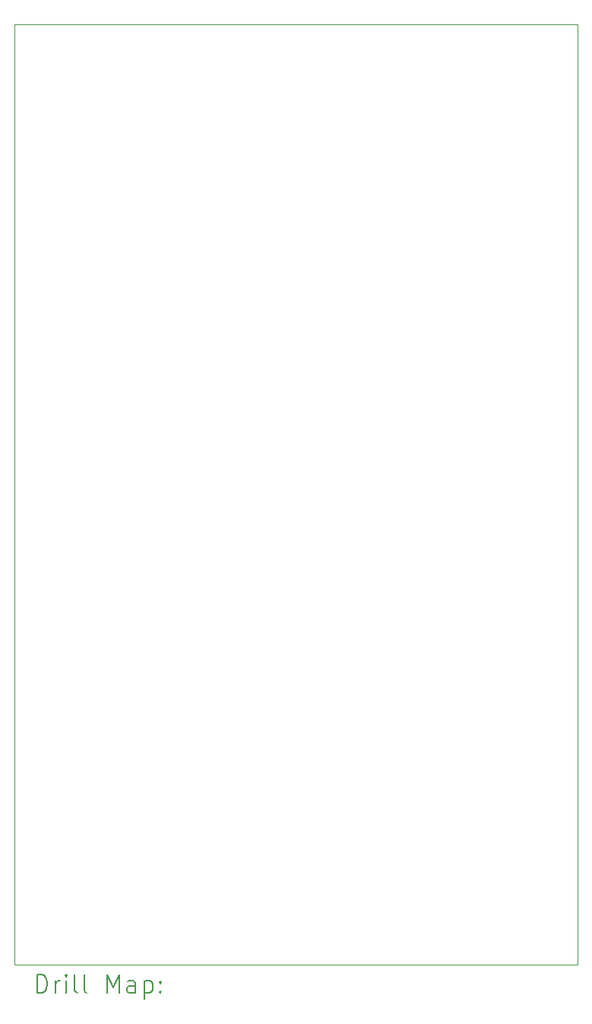
<source format=gbr>
%TF.GenerationSoftware,KiCad,Pcbnew,(6.0.9)*%
%TF.CreationDate,2024-03-02T11:40:23+05:30*%
%TF.ProjectId,CT_2.0.0,43545f32-2e30-42e3-902e-6b696361645f,rev?*%
%TF.SameCoordinates,Original*%
%TF.FileFunction,Drillmap*%
%TF.FilePolarity,Positive*%
%FSLAX45Y45*%
G04 Gerber Fmt 4.5, Leading zero omitted, Abs format (unit mm)*
G04 Created by KiCad (PCBNEW (6.0.9)) date 2024-03-02 11:40:23*
%MOMM*%
%LPD*%
G01*
G04 APERTURE LIST*
%ADD10C,0.100000*%
%ADD11C,0.200000*%
G04 APERTURE END LIST*
D10*
X7030000Y-4480000D02*
X13300000Y-4480000D01*
X13300000Y-4480000D02*
X13300000Y-14940000D01*
X13300000Y-14940000D02*
X7030000Y-14940000D01*
X7030000Y-14940000D02*
X7030000Y-4480000D01*
D11*
X7282619Y-15255476D02*
X7282619Y-15055476D01*
X7330238Y-15055476D01*
X7358809Y-15065000D01*
X7377857Y-15084048D01*
X7387381Y-15103095D01*
X7396905Y-15141190D01*
X7396905Y-15169762D01*
X7387381Y-15207857D01*
X7377857Y-15226905D01*
X7358809Y-15245952D01*
X7330238Y-15255476D01*
X7282619Y-15255476D01*
X7482619Y-15255476D02*
X7482619Y-15122143D01*
X7482619Y-15160238D02*
X7492143Y-15141190D01*
X7501667Y-15131667D01*
X7520714Y-15122143D01*
X7539762Y-15122143D01*
X7606428Y-15255476D02*
X7606428Y-15122143D01*
X7606428Y-15055476D02*
X7596905Y-15065000D01*
X7606428Y-15074524D01*
X7615952Y-15065000D01*
X7606428Y-15055476D01*
X7606428Y-15074524D01*
X7730238Y-15255476D02*
X7711190Y-15245952D01*
X7701667Y-15226905D01*
X7701667Y-15055476D01*
X7835000Y-15255476D02*
X7815952Y-15245952D01*
X7806428Y-15226905D01*
X7806428Y-15055476D01*
X8063571Y-15255476D02*
X8063571Y-15055476D01*
X8130238Y-15198333D01*
X8196905Y-15055476D01*
X8196905Y-15255476D01*
X8377857Y-15255476D02*
X8377857Y-15150714D01*
X8368333Y-15131667D01*
X8349286Y-15122143D01*
X8311190Y-15122143D01*
X8292143Y-15131667D01*
X8377857Y-15245952D02*
X8358809Y-15255476D01*
X8311190Y-15255476D01*
X8292143Y-15245952D01*
X8282619Y-15226905D01*
X8282619Y-15207857D01*
X8292143Y-15188809D01*
X8311190Y-15179286D01*
X8358809Y-15179286D01*
X8377857Y-15169762D01*
X8473095Y-15122143D02*
X8473095Y-15322143D01*
X8473095Y-15131667D02*
X8492143Y-15122143D01*
X8530238Y-15122143D01*
X8549286Y-15131667D01*
X8558810Y-15141190D01*
X8568333Y-15160238D01*
X8568333Y-15217381D01*
X8558810Y-15236428D01*
X8549286Y-15245952D01*
X8530238Y-15255476D01*
X8492143Y-15255476D01*
X8473095Y-15245952D01*
X8654048Y-15236428D02*
X8663571Y-15245952D01*
X8654048Y-15255476D01*
X8644524Y-15245952D01*
X8654048Y-15236428D01*
X8654048Y-15255476D01*
X8654048Y-15131667D02*
X8663571Y-15141190D01*
X8654048Y-15150714D01*
X8644524Y-15141190D01*
X8654048Y-15131667D01*
X8654048Y-15150714D01*
M02*

</source>
